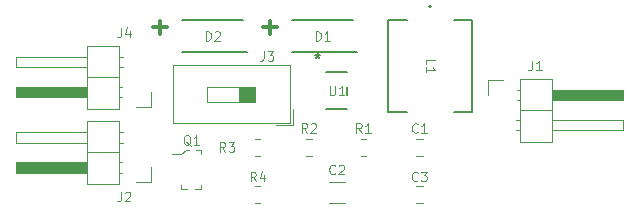
<source format=gbr>
%TF.GenerationSoftware,KiCad,Pcbnew,9.0.1*%
%TF.CreationDate,2025-07-01T21:06:15-04:00*%
%TF.ProjectId,Tiny Solar Power Suppy,54696e79-2053-46f6-9c61-7220506f7765,rev?*%
%TF.SameCoordinates,Original*%
%TF.FileFunction,Legend,Top*%
%TF.FilePolarity,Positive*%
%FSLAX46Y46*%
G04 Gerber Fmt 4.6, Leading zero omitted, Abs format (unit mm)*
G04 Created by KiCad (PCBNEW 9.0.1) date 2025-07-01 21:06:15*
%MOMM*%
%LPD*%
G01*
G04 APERTURE LIST*
%ADD10C,0.300000*%
%ADD11C,0.100000*%
%ADD12C,0.150000*%
%ADD13C,0.120000*%
%ADD14C,0.152400*%
%ADD15C,0.200000*%
G04 APERTURE END LIST*
D10*
X105854510Y-115029400D02*
X106997368Y-115029400D01*
X106425939Y-115600828D02*
X106425939Y-114457971D01*
X96554510Y-115029400D02*
X97697368Y-115029400D01*
X97125939Y-115600828D02*
X97125939Y-114457971D01*
D11*
X128633333Y-117864895D02*
X128633333Y-118436323D01*
X128633333Y-118436323D02*
X128595238Y-118550609D01*
X128595238Y-118550609D02*
X128519047Y-118626800D01*
X128519047Y-118626800D02*
X128404762Y-118664895D01*
X128404762Y-118664895D02*
X128328571Y-118664895D01*
X129433333Y-118664895D02*
X128976190Y-118664895D01*
X129204762Y-118664895D02*
X129204762Y-117864895D01*
X129204762Y-117864895D02*
X129128571Y-117979180D01*
X129128571Y-117979180D02*
X129052381Y-118055371D01*
X129052381Y-118055371D02*
X128976190Y-118093466D01*
X119635104Y-118166666D02*
X119635104Y-117785714D01*
X119635104Y-117785714D02*
X120435104Y-117785714D01*
X119635104Y-118852380D02*
X119635104Y-118395237D01*
X119635104Y-118623809D02*
X120435104Y-118623809D01*
X120435104Y-118623809D02*
X120320819Y-118547618D01*
X120320819Y-118547618D02*
X120244628Y-118471428D01*
X120244628Y-118471428D02*
X120206533Y-118395237D01*
X111490476Y-119977395D02*
X111490476Y-120625014D01*
X111490476Y-120625014D02*
X111528571Y-120701204D01*
X111528571Y-120701204D02*
X111566666Y-120739300D01*
X111566666Y-120739300D02*
X111642857Y-120777395D01*
X111642857Y-120777395D02*
X111795238Y-120777395D01*
X111795238Y-120777395D02*
X111871428Y-120739300D01*
X111871428Y-120739300D02*
X111909523Y-120701204D01*
X111909523Y-120701204D02*
X111947619Y-120625014D01*
X111947619Y-120625014D02*
X111947619Y-119977395D01*
X112747618Y-120777395D02*
X112290475Y-120777395D01*
X112519047Y-120777395D02*
X112519047Y-119977395D01*
X112519047Y-119977395D02*
X112442856Y-120091680D01*
X112442856Y-120091680D02*
X112366666Y-120167871D01*
X112366666Y-120167871D02*
X112290475Y-120205966D01*
D12*
X110480750Y-117215519D02*
X110480750Y-117453614D01*
X110242655Y-117358376D02*
X110480750Y-117453614D01*
X110480750Y-117453614D02*
X110718845Y-117358376D01*
X110337893Y-117644090D02*
X110480750Y-117453614D01*
X110480750Y-117453614D02*
X110623607Y-117644090D01*
X110480750Y-117215519D02*
X110480750Y-117453614D01*
X110242655Y-117358376D02*
X110480750Y-117453614D01*
X110480750Y-117453614D02*
X110718845Y-117358376D01*
X110337893Y-117644090D02*
X110480750Y-117453614D01*
X110480750Y-117453614D02*
X110623607Y-117644090D01*
D11*
X105933333Y-117064895D02*
X105933333Y-117636323D01*
X105933333Y-117636323D02*
X105895238Y-117750609D01*
X105895238Y-117750609D02*
X105819047Y-117826800D01*
X105819047Y-117826800D02*
X105704762Y-117864895D01*
X105704762Y-117864895D02*
X105628571Y-117864895D01*
X106238095Y-117064895D02*
X106733333Y-117064895D01*
X106733333Y-117064895D02*
X106466667Y-117369657D01*
X106466667Y-117369657D02*
X106580952Y-117369657D01*
X106580952Y-117369657D02*
X106657143Y-117407752D01*
X106657143Y-117407752D02*
X106695238Y-117445847D01*
X106695238Y-117445847D02*
X106733333Y-117522038D01*
X106733333Y-117522038D02*
X106733333Y-117712514D01*
X106733333Y-117712514D02*
X106695238Y-117788704D01*
X106695238Y-117788704D02*
X106657143Y-117826800D01*
X106657143Y-117826800D02*
X106580952Y-117864895D01*
X106580952Y-117864895D02*
X106352381Y-117864895D01*
X106352381Y-117864895D02*
X106276190Y-117826800D01*
X106276190Y-117826800D02*
X106238095Y-117788704D01*
X109604167Y-123964895D02*
X109337500Y-123583942D01*
X109147024Y-123964895D02*
X109147024Y-123164895D01*
X109147024Y-123164895D02*
X109451786Y-123164895D01*
X109451786Y-123164895D02*
X109527976Y-123202990D01*
X109527976Y-123202990D02*
X109566071Y-123241085D01*
X109566071Y-123241085D02*
X109604167Y-123317276D01*
X109604167Y-123317276D02*
X109604167Y-123431561D01*
X109604167Y-123431561D02*
X109566071Y-123507752D01*
X109566071Y-123507752D02*
X109527976Y-123545847D01*
X109527976Y-123545847D02*
X109451786Y-123583942D01*
X109451786Y-123583942D02*
X109147024Y-123583942D01*
X109908928Y-123241085D02*
X109947024Y-123202990D01*
X109947024Y-123202990D02*
X110023214Y-123164895D01*
X110023214Y-123164895D02*
X110213690Y-123164895D01*
X110213690Y-123164895D02*
X110289881Y-123202990D01*
X110289881Y-123202990D02*
X110327976Y-123241085D01*
X110327976Y-123241085D02*
X110366071Y-123317276D01*
X110366071Y-123317276D02*
X110366071Y-123393466D01*
X110366071Y-123393466D02*
X110327976Y-123507752D01*
X110327976Y-123507752D02*
X109870833Y-123964895D01*
X109870833Y-123964895D02*
X110366071Y-123964895D01*
X114204167Y-123964895D02*
X113937500Y-123583942D01*
X113747024Y-123964895D02*
X113747024Y-123164895D01*
X113747024Y-123164895D02*
X114051786Y-123164895D01*
X114051786Y-123164895D02*
X114127976Y-123202990D01*
X114127976Y-123202990D02*
X114166071Y-123241085D01*
X114166071Y-123241085D02*
X114204167Y-123317276D01*
X114204167Y-123317276D02*
X114204167Y-123431561D01*
X114204167Y-123431561D02*
X114166071Y-123507752D01*
X114166071Y-123507752D02*
X114127976Y-123545847D01*
X114127976Y-123545847D02*
X114051786Y-123583942D01*
X114051786Y-123583942D02*
X113747024Y-123583942D01*
X114966071Y-123964895D02*
X114508928Y-123964895D01*
X114737500Y-123964895D02*
X114737500Y-123164895D01*
X114737500Y-123164895D02*
X114661309Y-123279180D01*
X114661309Y-123279180D02*
X114585119Y-123355371D01*
X114585119Y-123355371D02*
X114508928Y-123393466D01*
X118966667Y-123888704D02*
X118928571Y-123926800D01*
X118928571Y-123926800D02*
X118814286Y-123964895D01*
X118814286Y-123964895D02*
X118738095Y-123964895D01*
X118738095Y-123964895D02*
X118623809Y-123926800D01*
X118623809Y-123926800D02*
X118547619Y-123850609D01*
X118547619Y-123850609D02*
X118509524Y-123774419D01*
X118509524Y-123774419D02*
X118471428Y-123622038D01*
X118471428Y-123622038D02*
X118471428Y-123507752D01*
X118471428Y-123507752D02*
X118509524Y-123355371D01*
X118509524Y-123355371D02*
X118547619Y-123279180D01*
X118547619Y-123279180D02*
X118623809Y-123202990D01*
X118623809Y-123202990D02*
X118738095Y-123164895D01*
X118738095Y-123164895D02*
X118814286Y-123164895D01*
X118814286Y-123164895D02*
X118928571Y-123202990D01*
X118928571Y-123202990D02*
X118966667Y-123241085D01*
X119728571Y-123964895D02*
X119271428Y-123964895D01*
X119500000Y-123964895D02*
X119500000Y-123164895D01*
X119500000Y-123164895D02*
X119423809Y-123279180D01*
X119423809Y-123279180D02*
X119347619Y-123355371D01*
X119347619Y-123355371D02*
X119271428Y-123393466D01*
X118966667Y-127988704D02*
X118928571Y-128026800D01*
X118928571Y-128026800D02*
X118814286Y-128064895D01*
X118814286Y-128064895D02*
X118738095Y-128064895D01*
X118738095Y-128064895D02*
X118623809Y-128026800D01*
X118623809Y-128026800D02*
X118547619Y-127950609D01*
X118547619Y-127950609D02*
X118509524Y-127874419D01*
X118509524Y-127874419D02*
X118471428Y-127722038D01*
X118471428Y-127722038D02*
X118471428Y-127607752D01*
X118471428Y-127607752D02*
X118509524Y-127455371D01*
X118509524Y-127455371D02*
X118547619Y-127379180D01*
X118547619Y-127379180D02*
X118623809Y-127302990D01*
X118623809Y-127302990D02*
X118738095Y-127264895D01*
X118738095Y-127264895D02*
X118814286Y-127264895D01*
X118814286Y-127264895D02*
X118928571Y-127302990D01*
X118928571Y-127302990D02*
X118966667Y-127341085D01*
X119233333Y-127264895D02*
X119728571Y-127264895D01*
X119728571Y-127264895D02*
X119461905Y-127569657D01*
X119461905Y-127569657D02*
X119576190Y-127569657D01*
X119576190Y-127569657D02*
X119652381Y-127607752D01*
X119652381Y-127607752D02*
X119690476Y-127645847D01*
X119690476Y-127645847D02*
X119728571Y-127722038D01*
X119728571Y-127722038D02*
X119728571Y-127912514D01*
X119728571Y-127912514D02*
X119690476Y-127988704D01*
X119690476Y-127988704D02*
X119652381Y-128026800D01*
X119652381Y-128026800D02*
X119576190Y-128064895D01*
X119576190Y-128064895D02*
X119347619Y-128064895D01*
X119347619Y-128064895D02*
X119271428Y-128026800D01*
X119271428Y-128026800D02*
X119233333Y-127988704D01*
X111966667Y-127388704D02*
X111928571Y-127426800D01*
X111928571Y-127426800D02*
X111814286Y-127464895D01*
X111814286Y-127464895D02*
X111738095Y-127464895D01*
X111738095Y-127464895D02*
X111623809Y-127426800D01*
X111623809Y-127426800D02*
X111547619Y-127350609D01*
X111547619Y-127350609D02*
X111509524Y-127274419D01*
X111509524Y-127274419D02*
X111471428Y-127122038D01*
X111471428Y-127122038D02*
X111471428Y-127007752D01*
X111471428Y-127007752D02*
X111509524Y-126855371D01*
X111509524Y-126855371D02*
X111547619Y-126779180D01*
X111547619Y-126779180D02*
X111623809Y-126702990D01*
X111623809Y-126702990D02*
X111738095Y-126664895D01*
X111738095Y-126664895D02*
X111814286Y-126664895D01*
X111814286Y-126664895D02*
X111928571Y-126702990D01*
X111928571Y-126702990D02*
X111966667Y-126741085D01*
X112271428Y-126741085D02*
X112309524Y-126702990D01*
X112309524Y-126702990D02*
X112385714Y-126664895D01*
X112385714Y-126664895D02*
X112576190Y-126664895D01*
X112576190Y-126664895D02*
X112652381Y-126702990D01*
X112652381Y-126702990D02*
X112690476Y-126741085D01*
X112690476Y-126741085D02*
X112728571Y-126817276D01*
X112728571Y-126817276D02*
X112728571Y-126893466D01*
X112728571Y-126893466D02*
X112690476Y-127007752D01*
X112690476Y-127007752D02*
X112233333Y-127464895D01*
X112233333Y-127464895D02*
X112728571Y-127464895D01*
X105254167Y-128064895D02*
X104987500Y-127683942D01*
X104797024Y-128064895D02*
X104797024Y-127264895D01*
X104797024Y-127264895D02*
X105101786Y-127264895D01*
X105101786Y-127264895D02*
X105177976Y-127302990D01*
X105177976Y-127302990D02*
X105216071Y-127341085D01*
X105216071Y-127341085D02*
X105254167Y-127417276D01*
X105254167Y-127417276D02*
X105254167Y-127531561D01*
X105254167Y-127531561D02*
X105216071Y-127607752D01*
X105216071Y-127607752D02*
X105177976Y-127645847D01*
X105177976Y-127645847D02*
X105101786Y-127683942D01*
X105101786Y-127683942D02*
X104797024Y-127683942D01*
X105939881Y-127531561D02*
X105939881Y-128064895D01*
X105749405Y-127226800D02*
X105558928Y-127798228D01*
X105558928Y-127798228D02*
X106054167Y-127798228D01*
X99723809Y-125041085D02*
X99647619Y-125002990D01*
X99647619Y-125002990D02*
X99571428Y-124926800D01*
X99571428Y-124926800D02*
X99457142Y-124812514D01*
X99457142Y-124812514D02*
X99380952Y-124774419D01*
X99380952Y-124774419D02*
X99304761Y-124774419D01*
X99342857Y-124964895D02*
X99266666Y-124926800D01*
X99266666Y-124926800D02*
X99190476Y-124850609D01*
X99190476Y-124850609D02*
X99152380Y-124698228D01*
X99152380Y-124698228D02*
X99152380Y-124431561D01*
X99152380Y-124431561D02*
X99190476Y-124279180D01*
X99190476Y-124279180D02*
X99266666Y-124202990D01*
X99266666Y-124202990D02*
X99342857Y-124164895D01*
X99342857Y-124164895D02*
X99495238Y-124164895D01*
X99495238Y-124164895D02*
X99571428Y-124202990D01*
X99571428Y-124202990D02*
X99647619Y-124279180D01*
X99647619Y-124279180D02*
X99685714Y-124431561D01*
X99685714Y-124431561D02*
X99685714Y-124698228D01*
X99685714Y-124698228D02*
X99647619Y-124850609D01*
X99647619Y-124850609D02*
X99571428Y-124926800D01*
X99571428Y-124926800D02*
X99495238Y-124964895D01*
X99495238Y-124964895D02*
X99342857Y-124964895D01*
X100447618Y-124964895D02*
X99990475Y-124964895D01*
X100219047Y-124964895D02*
X100219047Y-124164895D01*
X100219047Y-124164895D02*
X100142856Y-124279180D01*
X100142856Y-124279180D02*
X100066666Y-124355371D01*
X100066666Y-124355371D02*
X99990475Y-124393466D01*
X110309524Y-116164895D02*
X110309524Y-115364895D01*
X110309524Y-115364895D02*
X110500000Y-115364895D01*
X110500000Y-115364895D02*
X110614286Y-115402990D01*
X110614286Y-115402990D02*
X110690476Y-115479180D01*
X110690476Y-115479180D02*
X110728571Y-115555371D01*
X110728571Y-115555371D02*
X110766667Y-115707752D01*
X110766667Y-115707752D02*
X110766667Y-115822038D01*
X110766667Y-115822038D02*
X110728571Y-115974419D01*
X110728571Y-115974419D02*
X110690476Y-116050609D01*
X110690476Y-116050609D02*
X110614286Y-116126800D01*
X110614286Y-116126800D02*
X110500000Y-116164895D01*
X110500000Y-116164895D02*
X110309524Y-116164895D01*
X111528571Y-116164895D02*
X111071428Y-116164895D01*
X111300000Y-116164895D02*
X111300000Y-115364895D01*
X111300000Y-115364895D02*
X111223809Y-115479180D01*
X111223809Y-115479180D02*
X111147619Y-115555371D01*
X111147619Y-115555371D02*
X111071428Y-115593466D01*
X101009524Y-116164895D02*
X101009524Y-115364895D01*
X101009524Y-115364895D02*
X101200000Y-115364895D01*
X101200000Y-115364895D02*
X101314286Y-115402990D01*
X101314286Y-115402990D02*
X101390476Y-115479180D01*
X101390476Y-115479180D02*
X101428571Y-115555371D01*
X101428571Y-115555371D02*
X101466667Y-115707752D01*
X101466667Y-115707752D02*
X101466667Y-115822038D01*
X101466667Y-115822038D02*
X101428571Y-115974419D01*
X101428571Y-115974419D02*
X101390476Y-116050609D01*
X101390476Y-116050609D02*
X101314286Y-116126800D01*
X101314286Y-116126800D02*
X101200000Y-116164895D01*
X101200000Y-116164895D02*
X101009524Y-116164895D01*
X101771428Y-115441085D02*
X101809524Y-115402990D01*
X101809524Y-115402990D02*
X101885714Y-115364895D01*
X101885714Y-115364895D02*
X102076190Y-115364895D01*
X102076190Y-115364895D02*
X102152381Y-115402990D01*
X102152381Y-115402990D02*
X102190476Y-115441085D01*
X102190476Y-115441085D02*
X102228571Y-115517276D01*
X102228571Y-115517276D02*
X102228571Y-115593466D01*
X102228571Y-115593466D02*
X102190476Y-115707752D01*
X102190476Y-115707752D02*
X101733333Y-116164895D01*
X101733333Y-116164895D02*
X102228571Y-116164895D01*
X102666667Y-125564895D02*
X102400000Y-125183942D01*
X102209524Y-125564895D02*
X102209524Y-124764895D01*
X102209524Y-124764895D02*
X102514286Y-124764895D01*
X102514286Y-124764895D02*
X102590476Y-124802990D01*
X102590476Y-124802990D02*
X102628571Y-124841085D01*
X102628571Y-124841085D02*
X102666667Y-124917276D01*
X102666667Y-124917276D02*
X102666667Y-125031561D01*
X102666667Y-125031561D02*
X102628571Y-125107752D01*
X102628571Y-125107752D02*
X102590476Y-125145847D01*
X102590476Y-125145847D02*
X102514286Y-125183942D01*
X102514286Y-125183942D02*
X102209524Y-125183942D01*
X102933333Y-124764895D02*
X103428571Y-124764895D01*
X103428571Y-124764895D02*
X103161905Y-125069657D01*
X103161905Y-125069657D02*
X103276190Y-125069657D01*
X103276190Y-125069657D02*
X103352381Y-125107752D01*
X103352381Y-125107752D02*
X103390476Y-125145847D01*
X103390476Y-125145847D02*
X103428571Y-125222038D01*
X103428571Y-125222038D02*
X103428571Y-125412514D01*
X103428571Y-125412514D02*
X103390476Y-125488704D01*
X103390476Y-125488704D02*
X103352381Y-125526800D01*
X103352381Y-125526800D02*
X103276190Y-125564895D01*
X103276190Y-125564895D02*
X103047619Y-125564895D01*
X103047619Y-125564895D02*
X102971428Y-125526800D01*
X102971428Y-125526800D02*
X102933333Y-125488704D01*
X93833333Y-128964895D02*
X93833333Y-129536323D01*
X93833333Y-129536323D02*
X93795238Y-129650609D01*
X93795238Y-129650609D02*
X93719047Y-129726800D01*
X93719047Y-129726800D02*
X93604762Y-129764895D01*
X93604762Y-129764895D02*
X93528571Y-129764895D01*
X94176190Y-129041085D02*
X94214286Y-129002990D01*
X94214286Y-129002990D02*
X94290476Y-128964895D01*
X94290476Y-128964895D02*
X94480952Y-128964895D01*
X94480952Y-128964895D02*
X94557143Y-129002990D01*
X94557143Y-129002990D02*
X94595238Y-129041085D01*
X94595238Y-129041085D02*
X94633333Y-129117276D01*
X94633333Y-129117276D02*
X94633333Y-129193466D01*
X94633333Y-129193466D02*
X94595238Y-129307752D01*
X94595238Y-129307752D02*
X94138095Y-129764895D01*
X94138095Y-129764895D02*
X94633333Y-129764895D01*
X93833333Y-115064895D02*
X93833333Y-115636323D01*
X93833333Y-115636323D02*
X93795238Y-115750609D01*
X93795238Y-115750609D02*
X93719047Y-115826800D01*
X93719047Y-115826800D02*
X93604762Y-115864895D01*
X93604762Y-115864895D02*
X93528571Y-115864895D01*
X94557143Y-115331561D02*
X94557143Y-115864895D01*
X94366667Y-115026800D02*
X94176190Y-115598228D01*
X94176190Y-115598228D02*
X94671429Y-115598228D01*
%TO.C,J1*%
D13*
X130350000Y-120370000D02*
X136350000Y-120370000D01*
X136350000Y-121230000D01*
X130350000Y-121230000D01*
X130350000Y-120370000D01*
G36*
X130350000Y-120370000D02*
G01*
X136350000Y-120370000D01*
X136350000Y-121230000D01*
X130350000Y-121230000D01*
X130350000Y-120370000D01*
G37*
X136350000Y-123770000D02*
X130350000Y-123770000D01*
X136350000Y-122910000D02*
X136350000Y-123770000D01*
X130350000Y-124720000D02*
X130350000Y-119420000D01*
X130350000Y-122910000D02*
X136350000Y-122910000D01*
X130350000Y-119420000D02*
X127590000Y-119420000D01*
X127590000Y-124720000D02*
X130350000Y-124720000D01*
X127590000Y-122070000D02*
X130350000Y-122070000D01*
X127590000Y-119420000D02*
X127590000Y-124720000D01*
X127360000Y-121230000D02*
X127590000Y-121230000D01*
X127360000Y-120370000D02*
X127590000Y-120370000D01*
X127277358Y-123770000D02*
X127590000Y-123770000D01*
X127277358Y-122910000D02*
X127590000Y-122910000D01*
X124930000Y-120800000D02*
X124930000Y-119530000D01*
X124930000Y-119530000D02*
X126200000Y-119530000D01*
D14*
%TO.C,L1*%
X120076200Y-113283500D02*
G75*
G02*
X119923800Y-113283500I-76200J0D01*
G01*
X119923800Y-113283500D02*
G75*
G02*
X120076200Y-113283500I76200J0D01*
G01*
X123556000Y-122173500D02*
X123556000Y-114426500D01*
X123556000Y-114426500D02*
X121983740Y-114426500D01*
X121983740Y-122173500D02*
X123556000Y-122173500D01*
X118016260Y-114426500D02*
X116444000Y-114426500D01*
X116444000Y-122173500D02*
X118016260Y-122173500D01*
X116444000Y-114426500D02*
X116444000Y-122173500D01*
%TO.C,U1*%
X113001700Y-120750361D02*
X113001700Y-120074639D01*
X113001700Y-118837700D02*
X111198300Y-118837700D01*
X111198300Y-121987300D02*
X113001700Y-121987300D01*
%TO.C,J3*%
D13*
X105195000Y-121322500D02*
X103841667Y-121322500D01*
X103841667Y-120052500D01*
X105195000Y-120052500D01*
X105195000Y-121322500D01*
G36*
X105195000Y-121322500D02*
G01*
X103841667Y-121322500D01*
X103841667Y-120052500D01*
X105195000Y-120052500D01*
X105195000Y-121322500D01*
G37*
X105195000Y-121322500D02*
X101135000Y-121322500D01*
X101135000Y-120052500D01*
X105195000Y-120052500D01*
X105195000Y-121322500D01*
X108355000Y-123347500D02*
X108355000Y-121964500D01*
X108355000Y-123347500D02*
X106972000Y-123347500D01*
X108115000Y-123107500D02*
X108115000Y-118267500D01*
X108115000Y-123107500D02*
X98215000Y-123107500D01*
X108115000Y-118267500D02*
X98215000Y-118267500D01*
X103841667Y-121322500D02*
X103841667Y-120052500D01*
X98215000Y-123107500D02*
X98215000Y-118267500D01*
%TO.C,R2*%
X109510436Y-124465000D02*
X109964564Y-124465000D01*
X109510436Y-125935000D02*
X109964564Y-125935000D01*
%TO.C,R1*%
X114110436Y-124465000D02*
X114564564Y-124465000D01*
X114110436Y-125935000D02*
X114564564Y-125935000D01*
%TO.C,C1*%
X118838748Y-124465000D02*
X119361252Y-124465000D01*
X118838748Y-125935000D02*
X119361252Y-125935000D01*
%TO.C,C3*%
X118838748Y-128465000D02*
X119361252Y-128465000D01*
X118838748Y-129935000D02*
X119361252Y-129935000D01*
%TO.C,C2*%
X112836252Y-128090000D02*
X111413748Y-128090000D01*
X112836252Y-129910000D02*
X111413748Y-129910000D01*
%TO.C,R4*%
X105160436Y-128465000D02*
X105614564Y-128465000D01*
X105160436Y-129935000D02*
X105614564Y-129935000D01*
D11*
%TO.C,Q1*%
X98925000Y-125725000D02*
X98925000Y-125775000D01*
X98925000Y-125775000D02*
X98150000Y-125775000D01*
X98925000Y-128750000D02*
X98925000Y-128400000D01*
X99300000Y-125450000D02*
X98925000Y-125725000D01*
X99400000Y-128750000D02*
X98925000Y-128750000D01*
X99575000Y-125450000D02*
X99300000Y-125450000D01*
X100200000Y-125450000D02*
X100575000Y-125450000D01*
X100575000Y-125450000D02*
X100575000Y-125750000D01*
X100575000Y-128450000D02*
X100575000Y-128750000D01*
X100575000Y-128525000D02*
X100575000Y-128400000D01*
X100575000Y-128750000D02*
X100125000Y-128750000D01*
D15*
%TO.C,D1*%
X108300000Y-117162000D02*
X113825000Y-117162000D01*
X113500000Y-114438000D02*
X108300000Y-114438000D01*
%TO.C,D2*%
X99000000Y-117162000D02*
X104525000Y-117162000D01*
X104200000Y-114438000D02*
X99000000Y-114438000D01*
D13*
%TO.C,R3*%
X105160436Y-124465000D02*
X105614564Y-124465000D01*
X105160436Y-125935000D02*
X105614564Y-125935000D01*
%TO.C,J2*%
X84935000Y-123930000D02*
X90935000Y-123930000D01*
X84935000Y-124790000D02*
X84935000Y-123930000D01*
X90935000Y-122980000D02*
X90935000Y-128280000D01*
X90935000Y-124790000D02*
X84935000Y-124790000D01*
X90935000Y-128280000D02*
X93695000Y-128280000D01*
X93695000Y-122980000D02*
X90935000Y-122980000D01*
X93695000Y-125630000D02*
X90935000Y-125630000D01*
X93695000Y-128280000D02*
X93695000Y-122980000D01*
X93925000Y-126470000D02*
X93695000Y-126470000D01*
X93925000Y-127330000D02*
X93695000Y-127330000D01*
X94007642Y-123930000D02*
X93695000Y-123930000D01*
X94007642Y-124790000D02*
X93695000Y-124790000D01*
X96355000Y-126900000D02*
X96355000Y-128170000D01*
X96355000Y-128170000D02*
X95085000Y-128170000D01*
X90935000Y-127330000D02*
X84935000Y-127330000D01*
X84935000Y-126470000D01*
X90935000Y-126470000D01*
X90935000Y-127330000D01*
G36*
X90935000Y-127330000D02*
G01*
X84935000Y-127330000D01*
X84935000Y-126470000D01*
X90935000Y-126470000D01*
X90935000Y-127330000D01*
G37*
%TO.C,J4*%
X84935000Y-117570000D02*
X90935000Y-117570000D01*
X84935000Y-118430000D02*
X84935000Y-117570000D01*
X90935000Y-116620000D02*
X90935000Y-121920000D01*
X90935000Y-118430000D02*
X84935000Y-118430000D01*
X90935000Y-121920000D02*
X93695000Y-121920000D01*
X93695000Y-116620000D02*
X90935000Y-116620000D01*
X93695000Y-119270000D02*
X90935000Y-119270000D01*
X93695000Y-121920000D02*
X93695000Y-116620000D01*
X93925000Y-120110000D02*
X93695000Y-120110000D01*
X93925000Y-120970000D02*
X93695000Y-120970000D01*
X94007642Y-117570000D02*
X93695000Y-117570000D01*
X94007642Y-118430000D02*
X93695000Y-118430000D01*
X96355000Y-120540000D02*
X96355000Y-121810000D01*
X96355000Y-121810000D02*
X95085000Y-121810000D01*
X90935000Y-120970000D02*
X84935000Y-120970000D01*
X84935000Y-120110000D01*
X90935000Y-120110000D01*
X90935000Y-120970000D01*
G36*
X90935000Y-120970000D02*
G01*
X84935000Y-120970000D01*
X84935000Y-120110000D01*
X90935000Y-120110000D01*
X90935000Y-120970000D01*
G37*
%TD*%
M02*

</source>
